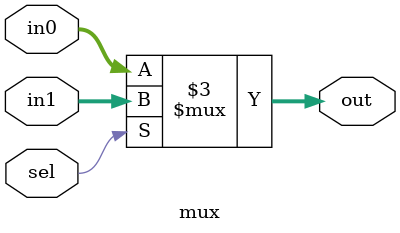
<source format=sv>
module mux #(parameter WIDTH = 32) (
    input [WIDTH-1:0] in0,
    input [WIDTH-1:0] in1,
    input sel,
    output logic [WIDTH-1:0] out
);
    always_comb begin
        if (sel)
            out = in1;
         else 
            out = in0;
    end

endmodule
</source>
